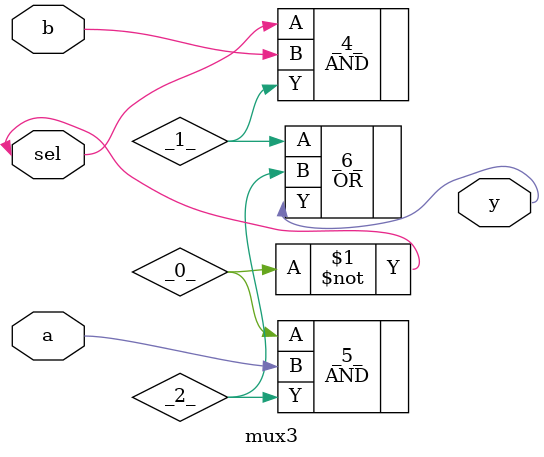
<source format=v>
/* Generated by Yosys 0.41+83 (git sha1 7045cf509, x86_64-w64-mingw32-g++ 13.2.1 -Os) */

/* cells_not_processed =  1  */
/* src = "mux3.v:2.1-9.10" */
module mux3(a, b, sel, y);
  wire _0_;
  wire _1_;
  wire _2_;
  /* src = "mux3.v:2.20-2.21" */
  input a;
  wire a;
  /* src = "mux3.v:2.23-2.24" */
  input b;
  wire b;
  /* src = "mux3.v:2.26-2.29" */
  input sel;
  wire sel;
  /* src = "mux3.v:3.28-3.29" */
  output y;
  wire y;
  not _3_ (
    .A(sel),
    .Y(_0_)
  );
  AND _4_ (
    .A(sel),
    .B(b),
    .Y(_1_)
  );
  AND _5_ (
    .A(_0_),
    .B(a),
    .Y(_2_)
  );
  OR _6_ (
    .A(_1_),
    .B(_2_),
    .Y(y)
  );
endmodule

</source>
